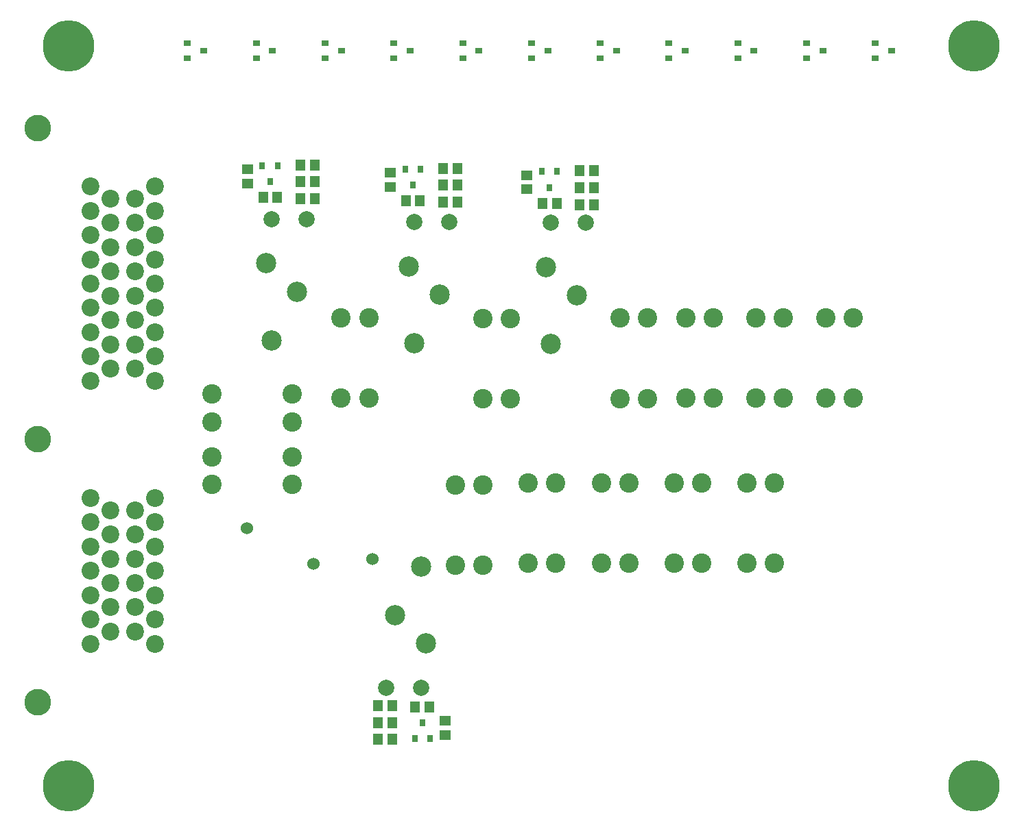
<source format=gbr>
%TF.GenerationSoftware,Altium Limited,Altium Designer,19.0.10 (269)*%
G04 Layer_Color=255*
%FSLAX26Y26*%
%MOIN*%
%TF.FileFunction,Pads,Bot*%
%TF.Part,Single*%
G01*
G75*
%TA.AperFunction,SMDPad,CuDef*%
%ADD12R,0.053150X0.045276*%
%ADD14R,0.045276X0.053150*%
%TA.AperFunction,ComponentPad*%
%ADD23C,0.094488*%
%ADD24C,0.086614*%
%ADD25C,0.129921*%
%TA.AperFunction,ViaPad*%
%ADD26C,0.060000*%
%ADD27C,0.250000*%
%TA.AperFunction,ComponentPad*%
%ADD28C,0.098425*%
%ADD29C,0.078740*%
%TA.AperFunction,SMDPad,CuDef*%
%ADD31R,0.031496X0.035433*%
%ADD32R,0.035433X0.031496*%
D12*
X1168551Y3228551D02*
D03*
Y3297449D02*
D03*
X1862259Y3211551D02*
D03*
Y3280448D02*
D03*
X2130179Y615449D02*
D03*
Y546551D02*
D03*
X2527000Y3269449D02*
D03*
Y3200551D02*
D03*
D14*
X1495000Y3155000D02*
D03*
X1426102D02*
D03*
X1495000Y3320000D02*
D03*
X1426102D02*
D03*
X1245102Y3161000D02*
D03*
X1314000D02*
D03*
X1495000Y3237500D02*
D03*
X1426102D02*
D03*
X2188708Y3137999D02*
D03*
X2119811D02*
D03*
X2188708Y3302999D02*
D03*
X2119811D02*
D03*
X1938811Y3143999D02*
D03*
X2007708D02*
D03*
X2188708Y3220499D02*
D03*
X2119811D02*
D03*
X1803730Y689000D02*
D03*
X1872627D02*
D03*
X1803730Y524000D02*
D03*
X1872627D02*
D03*
X2053627Y683000D02*
D03*
X1984730D02*
D03*
X1803730Y606500D02*
D03*
X1872627D02*
D03*
X2853449Y3127000D02*
D03*
X2784551D02*
D03*
X2853449Y3292000D02*
D03*
X2784551D02*
D03*
Y3209500D02*
D03*
X2853449D02*
D03*
X2672449Y3133000D02*
D03*
X2603551D02*
D03*
D23*
X1385551Y1765000D02*
D03*
X995000D02*
D03*
X1385551Y1898858D02*
D03*
X995000D02*
D03*
Y2203780D02*
D03*
X1385551D02*
D03*
X995000Y2069921D02*
D03*
X1385551D02*
D03*
X1624843Y2186206D02*
D03*
Y2576757D02*
D03*
X1758701Y2186206D02*
D03*
Y2576757D02*
D03*
X2313490Y2181724D02*
D03*
Y2572276D02*
D03*
X2447348Y2181724D02*
D03*
Y2572276D02*
D03*
X2979165Y2183724D02*
D03*
Y2574276D02*
D03*
X3113023Y2183724D02*
D03*
Y2574276D02*
D03*
X3299361Y2184449D02*
D03*
Y2575000D02*
D03*
X3433220Y2184449D02*
D03*
Y2575000D02*
D03*
X3638246Y2184724D02*
D03*
Y2575276D02*
D03*
X3772104Y2184724D02*
D03*
Y2575276D02*
D03*
X3978379Y2184898D02*
D03*
Y2575450D02*
D03*
X4112237Y2184898D02*
D03*
Y2575450D02*
D03*
X3731237Y1771450D02*
D03*
Y1380898D02*
D03*
X3597378Y1771450D02*
D03*
Y1380898D02*
D03*
X3376886Y1771000D02*
D03*
Y1380449D02*
D03*
X3243028Y1771000D02*
D03*
Y1380449D02*
D03*
X3022570Y1771450D02*
D03*
Y1380898D02*
D03*
X2888712Y1771450D02*
D03*
Y1380898D02*
D03*
X2667701Y1771757D02*
D03*
Y1381206D02*
D03*
X2533843Y1771757D02*
D03*
Y1381206D02*
D03*
X2313314Y1763253D02*
D03*
Y1372702D02*
D03*
X2179456Y1763253D02*
D03*
Y1372702D02*
D03*
D24*
X720866Y2269685D02*
D03*
Y2387795D02*
D03*
Y2505905D02*
D03*
Y2624016D02*
D03*
Y2742126D02*
D03*
Y2860236D02*
D03*
Y2978347D02*
D03*
Y3096457D02*
D03*
Y3214567D02*
D03*
X622441Y2328740D02*
D03*
Y2446850D02*
D03*
Y2564961D02*
D03*
Y2683071D02*
D03*
Y2801181D02*
D03*
Y2919291D02*
D03*
Y3037402D02*
D03*
Y3155512D02*
D03*
X504331Y2328740D02*
D03*
Y2446850D02*
D03*
Y2564961D02*
D03*
Y2683071D02*
D03*
Y2801181D02*
D03*
Y2919291D02*
D03*
Y3037402D02*
D03*
Y3155512D02*
D03*
X405906Y2269685D02*
D03*
Y2387795D02*
D03*
Y2505905D02*
D03*
Y2624016D02*
D03*
Y2742126D02*
D03*
Y2860236D02*
D03*
Y2978347D02*
D03*
Y3096457D02*
D03*
Y3214567D02*
D03*
Y1698819D02*
D03*
Y1580709D02*
D03*
Y1462599D02*
D03*
Y1344488D02*
D03*
Y1226378D02*
D03*
Y1108268D02*
D03*
Y990158D02*
D03*
X504331Y1639764D02*
D03*
Y1521654D02*
D03*
Y1403543D02*
D03*
Y1285433D02*
D03*
Y1167323D02*
D03*
Y1049213D02*
D03*
X622441Y1639764D02*
D03*
Y1521654D02*
D03*
Y1403543D02*
D03*
Y1285433D02*
D03*
Y1167323D02*
D03*
Y1049213D02*
D03*
X720866Y1698819D02*
D03*
Y1580709D02*
D03*
Y1462599D02*
D03*
Y1344488D02*
D03*
Y1226378D02*
D03*
Y1108268D02*
D03*
Y990158D02*
D03*
D25*
X150000Y704724D02*
D03*
Y1984252D02*
D03*
Y3500000D02*
D03*
D26*
X1166000Y1552000D02*
D03*
X1777000Y1401000D02*
D03*
X1490000Y1380000D02*
D03*
D27*
X4700000Y300000D02*
D03*
Y3900000D02*
D03*
X300000D02*
D03*
Y300000D02*
D03*
D28*
X2644656Y2449512D02*
D03*
X2619065Y2823528D02*
D03*
X2768671Y2685732D02*
D03*
X1979001Y2452449D02*
D03*
X1953410Y2826465D02*
D03*
X2103016Y2688670D02*
D03*
X1286000Y2466449D02*
D03*
X1260410Y2840465D02*
D03*
X1410016Y2702669D02*
D03*
X2011929Y1364551D02*
D03*
X2037520Y990535D02*
D03*
X1887913Y1128331D02*
D03*
D29*
X2813947Y3040063D02*
D03*
X2644656D02*
D03*
X2148292Y3043001D02*
D03*
X1979001D02*
D03*
X1455292Y3057000D02*
D03*
X1286000D02*
D03*
X1842638Y774000D02*
D03*
X2011929D02*
D03*
D31*
X1241149Y3316370D02*
D03*
X1315953D02*
D03*
X1278551Y3237630D02*
D03*
X1934858Y3299369D02*
D03*
X2009661D02*
D03*
X1972259Y3220629D02*
D03*
X2599598Y3288370D02*
D03*
X2674401D02*
D03*
X2637000Y3209630D02*
D03*
X2057580Y527630D02*
D03*
X1982777D02*
D03*
X2020179Y606370D02*
D03*
D32*
X1291063Y3875725D02*
D03*
X1212323Y3913127D02*
D03*
Y3838324D02*
D03*
X956772Y3875725D02*
D03*
X878032Y3913127D02*
D03*
Y3838324D02*
D03*
X1625353Y3875725D02*
D03*
X1546613Y3913127D02*
D03*
Y3838324D02*
D03*
X3296806Y3875725D02*
D03*
X3218066Y3913127D02*
D03*
Y3838324D02*
D03*
X2962516Y3875725D02*
D03*
X2883776Y3913127D02*
D03*
Y3838324D02*
D03*
X2628225Y3875725D02*
D03*
X2549485Y3913127D02*
D03*
Y3838324D02*
D03*
X2293935Y3875725D02*
D03*
X2215194Y3913127D02*
D03*
Y3838324D02*
D03*
X1959644Y3875725D02*
D03*
X1880904Y3913127D02*
D03*
Y3838324D02*
D03*
X4299678Y3875725D02*
D03*
X4220938Y3913127D02*
D03*
Y3838324D02*
D03*
X3965388Y3875725D02*
D03*
X3886647Y3913127D02*
D03*
Y3838324D02*
D03*
X3631097Y3875725D02*
D03*
X3552357Y3913127D02*
D03*
Y3838324D02*
D03*
%TF.MD5,9ed1542071c690388e3fb67f48c9f215*%
M02*

</source>
